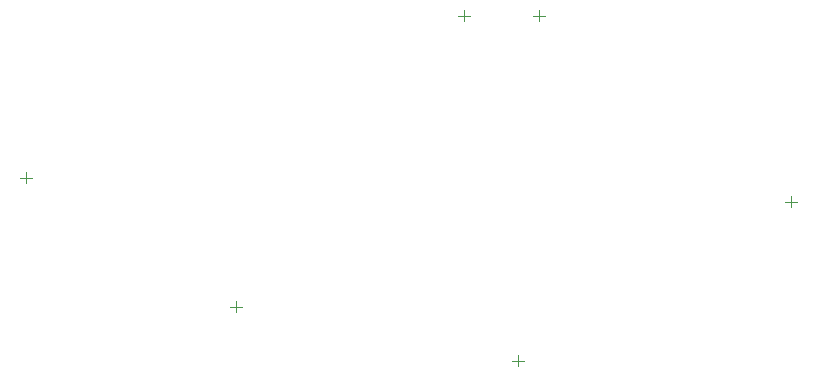
<source format=gbr>
G04*
G04 #@! TF.GenerationSoftware,Altium Limited,Altium Designer,24.9.1 (31)*
G04*
G04 Layer_Color=0*
%FSLAX44Y44*%
%MOMM*%
G71*
G04*
G04 #@! TF.SameCoordinates,B653029B-541F-4617-83FB-ACABD9EDAD60*
G04*
G04*
G04 #@! TF.FilePolarity,Positive*
G04*
G01*
G75*
%ADD34C,0.1000*%
D34*
X548640Y708740D02*
Y718740D01*
X543640Y713740D02*
X553640D01*
X787400Y663020D02*
Y673020D01*
X782400Y668020D02*
X792400D01*
X805180Y955120D02*
Y965120D01*
X800180Y960120D02*
X810180D01*
X741386Y955120D02*
Y965120D01*
X736386Y960120D02*
X746386D01*
X365840Y822960D02*
X375840D01*
X370840Y817960D02*
Y827960D01*
X1013540Y802640D02*
X1023540D01*
X1018540Y797640D02*
Y807640D01*
M02*

</source>
